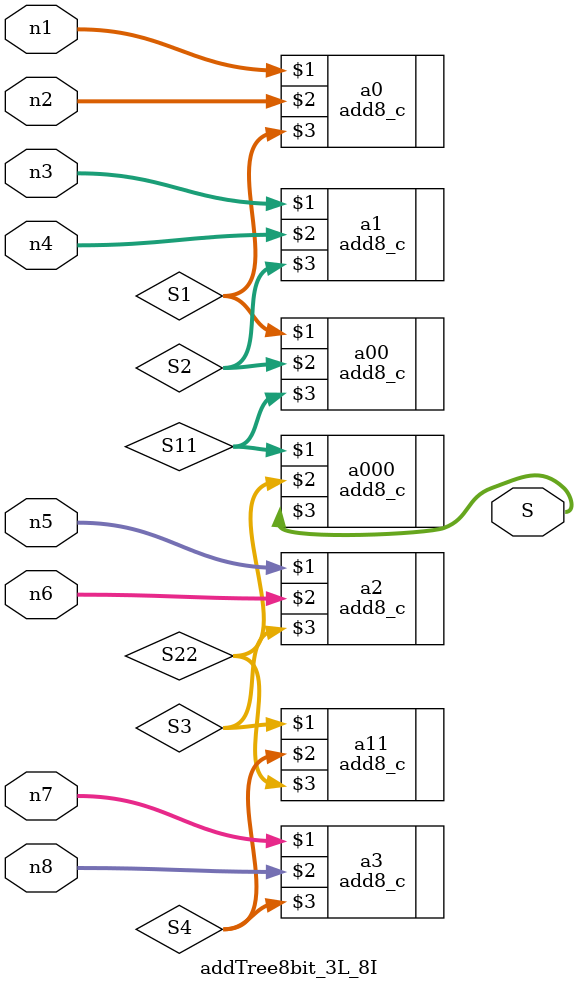
<source format=v>
`timescale 1ns / 1ps


module addTree8bit_3L_8I(n1, n2, n3, n4, n5, n6, n7, n8, S
    );
	 
	 input [7:0] n1, n2, n3, n4, n5, n6, n7, n8;
	 output [7:0] S;
	 wire[7:0] S1, S2, S3, S4, S11, S22;

	 
	 add8_c a0(n1, n2, S1, );
	 add8_c a1(n3, n4, S2, );
	 add8_c a2(n5, n6, S3, );
	 add8_c a3(n7, n8, S4, );
	 
	 add8_c a00(S1, S2, S11, );
	 add8_c a11(S3, S4, S22, );
	 
	 add8_c a000(S11, S22, S, );

endmodule

</source>
